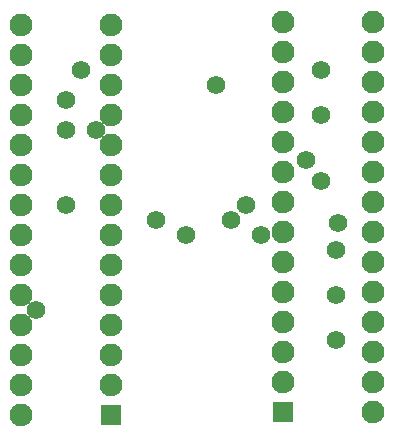
<source format=gbr>
G04 GERBER ASCII OUTPUT FROM: EDWINXP (VER. 1.61 REV. 20080915)*
G04 GERBER FORMAT: RX-274-X*
G04 BOARD: DSPIC_ADAPTER*
G04 ARTWORK OF SOLD.MASK POSITIVE*
%ASAXBY*%
%FSLAX23Y23*%
%MIA0B0*%
%MOIN*%
%OFA0.0000B0.0000*%
%SFA1B1*%
%IJA0B0*%
%INLAYER30POS*%
%IOA0B0*%
%IPPOS*%
%IR0*%
G04 APERTURE MACROS*
%AMEDWDONUT*
1,1,$1,$2,$3*
1,0,$4,$2,$3*
%
%AMEDWFRECT*
20,1,$1,$2,$3,$4,$5,$6*
%
%AMEDWORECT*
20,1,$1,$2,$3,$4,$5,$10*
20,1,$1,$4,$5,$6,$7,$10*
20,1,$1,$6,$7,$8,$9,$10*
20,1,$1,$8,$9,$2,$3,$10*
1,1,$1,$2,$3*
1,1,$1,$4,$5*
1,1,$1,$6,$7*
1,1,$1,$8,$9*
%
%AMEDWLINER*
20,1,$1,$2,$3,$4,$5,$6*
1,1,$1,$2,$3*
1,1,$1,$4,$5*
%
%AMEDWFTRNG*
4,1,3,$1,$2,$3,$4,$5,$6,$7,$8,$9*
%
%AMEDWATRNG*
4,1,3,$1,$2,$3,$4,$5,$6,$7,$8,$9*
20,1,$11,$1,$2,$3,$4,$10*
20,1,$11,$3,$4,$5,$6,$10*
20,1,$11,$5,$6,$7,$8,$10*
1,1,$11,$3,$4*
1,1,$11,$5,$6*
1,1,$11,$7,$8*
%
%AMEDWOTRNG*
20,1,$1,$2,$3,$4,$5,$8*
20,1,$1,$4,$5,$6,$7,$8*
20,1,$1,$6,$7,$2,$3,$8*
1,1,$1,$2,$3*
1,1,$1,$4,$5*
1,1,$1,$6,$7*
%
G04*
G04 APERTURE LIST*
%ADD10R,0.0500X0.0460*%
%ADD11R,0.0740X0.0700*%
%ADD12R,0.0440X0.0400*%
%ADD13R,0.0680X0.0640*%
%ADD14R,0.0460X0.0500*%
%ADD15R,0.0700X0.0740*%
%ADD16R,0.0400X0.0440*%
%ADD17R,0.0640X0.0680*%
%ADD18R,0.0700X0.0700*%
%ADD19R,0.0940X0.0940*%
%ADD20R,0.0600X0.0600*%
%ADD21R,0.0840X0.0840*%
%ADD22C,0.0010*%
%ADD24C,0.00197*%
%ADD26C,0.0020*%
%ADD27R,0.0020X0.0020*%
%ADD28C,0.00204*%
%ADD29R,0.00204X0.00204*%
%ADD30C,0.00233*%
%ADD31R,0.00233X0.00233*%
%ADD32C,0.00289*%
%ADD33R,0.00289X0.00289*%
%ADD34C,0.0030*%
%ADD35R,0.0030X0.0030*%
%ADD36C,0.00369*%
%ADD37R,0.00369X0.00369*%
%ADD38C,0.0040*%
%ADD39R,0.0040X0.0040*%
%ADD40C,0.0050*%
%ADD41R,0.0050X0.0050*%
%ADD42C,0.00504*%
%ADD43R,0.00504X0.00504*%
%ADD44C,0.00512*%
%ADD45R,0.00512X0.00512*%
%ADD46C,0.00542*%
%ADD47R,0.00542X0.00542*%
%ADD48C,0.00627*%
%ADD49R,0.00627X0.00627*%
%ADD50C,0.00639*%
%ADD51R,0.00639X0.00639*%
%ADD52C,0.00711*%
%ADD53R,0.00711X0.00711*%
%ADD54C,0.00775*%
%ADD55R,0.00775X0.00775*%
%ADD56C,0.00787*%
%ADD57R,0.00787X0.00787*%
%ADD58C,0.00795*%
%ADD59R,0.00795X0.00795*%
%ADD60C,0.0080*%
%ADD62C,0.0088*%
%ADD63R,0.0088X0.0088*%
%ADD64C,0.00984*%
%ADD65R,0.00984X0.00984*%
%ADD66C,0.0100*%
%ADD67R,0.0100X0.0100*%
%ADD68C,0.01181*%
%ADD70C,0.01182*%
%ADD71R,0.01182X0.01182*%
%ADD72C,0.0120*%
%ADD74C,0.0120*%
%ADD76C,0.0130*%
%ADD78C,0.01351*%
%ADD79R,0.01351X0.01351*%
%ADD80C,0.01452*%
%ADD81R,0.01452X0.01452*%
%ADD82C,0.0149*%
%ADD83R,0.0149X0.0149*%
%ADD84C,0.0160*%
%ADD86C,0.01761*%
%ADD87R,0.01761X0.01761*%
%ADD88C,0.01773*%
%ADD89R,0.01773X0.01773*%
%ADD90C,0.01896*%
%ADD91R,0.01896X0.01896*%
%ADD92C,0.01969*%
%ADD93R,0.01969X0.01969*%
%ADD94C,0.0200*%
%ADD96C,0.02027*%
%ADD97R,0.02027X0.02027*%
%ADD98C,0.02196*%
%ADD99R,0.02196X0.02196*%
%ADD100C,0.0228*%
%ADD101R,0.0228X0.0228*%
%ADD102C,0.02302*%
%ADD103R,0.02302X0.02302*%
%ADD104C,0.02365*%
%ADD105R,0.02365X0.02365*%
%ADD106C,0.0240*%
%ADD108C,0.02438*%
%ADD109R,0.02438X0.02438*%
%ADD110C,0.02597*%
%ADD112C,0.02709*%
%ADD113R,0.02709X0.02709*%
%ADD114C,0.02844*%
%ADD115R,0.02844X0.02844*%
%ADD116C,0.02871*%
%ADD117R,0.02871X0.02871*%
%ADD118C,0.0290*%
%ADD120C,0.02912*%
%ADD121R,0.02912X0.02912*%
%ADD122C,0.0300*%
%ADD123R,0.0300X0.0300*%
%ADD124C,0.0304*%
%ADD125R,0.0304X0.0304*%
%ADD126C,0.0320*%
%ADD128C,0.0350*%
%ADD129R,0.0350X0.0350*%
%ADD130C,0.03547*%
%ADD131R,0.03547X0.03547*%
%ADD132C,0.03581*%
%ADD134C,0.03582*%
%ADD135R,0.03582X0.03582*%
%ADD136C,0.0370*%
%ADD138C,0.03751*%
%ADD139R,0.03751X0.03751*%
%ADD140C,0.0389*%
%ADD141R,0.0389X0.0389*%
%ADD142C,0.03937*%
%ADD143R,0.03937X0.03937*%
%ADD144C,0.0400*%
%ADD146C,0.04161*%
%ADD147R,0.04161X0.04161*%
%ADD148C,0.04173*%
%ADD149R,0.04173X0.04173*%
%ADD150C,0.04296*%
%ADD151R,0.04296X0.04296*%
%ADD152C,0.0440*%
%ADD154C,0.04427*%
%ADD155R,0.04427X0.04427*%
%ADD156C,0.04469*%
%ADD157R,0.04469X0.04469*%
%ADD158C,0.04596*%
%ADD159R,0.04596X0.04596*%
%ADD160C,0.0468*%
%ADD161R,0.0468X0.0468*%
%ADD162C,0.04702*%
%ADD163R,0.04702X0.04702*%
%ADD164C,0.04729*%
%ADD165R,0.04729X0.04729*%
%ADD166C,0.04765*%
%ADD167R,0.04765X0.04765*%
%ADD168C,0.04838*%
%ADD169R,0.04838X0.04838*%
%ADD170C,0.04898*%
%ADD171R,0.04898X0.04898*%
%ADD172C,0.0500*%
%ADD173R,0.0500X0.0500*%
%ADD174C,0.05011*%
%ADD175R,0.05011X0.05011*%
%ADD176C,0.05109*%
%ADD177R,0.05109X0.05109*%
%ADD178C,0.05236*%
%ADD179R,0.05236X0.05236*%
%ADD180C,0.05244*%
%ADD181R,0.05244X0.05244*%
%ADD182C,0.05271*%
%ADD183R,0.05271X0.05271*%
%ADD184C,0.05282*%
%ADD185R,0.05282X0.05282*%
%ADD186C,0.0544*%
%ADD187R,0.0544X0.0544*%
%ADD188C,0.0560*%
%ADD189R,0.0560X0.0560*%
%ADD190C,0.05906*%
%ADD191R,0.05906X0.05906*%
%ADD192C,0.05947*%
%ADD193R,0.05947X0.05947*%
%ADD194C,0.0600*%
%ADD195R,0.0600X0.0600*%
%ADD196C,0.0620*%
%ADD198C,0.06869*%
%ADD199R,0.06869X0.06869*%
%ADD200C,0.06906*%
%ADD201R,0.06906X0.06906*%
%ADD202C,0.06907*%
%ADD203R,0.06907X0.06907*%
%ADD204C,0.06925*%
%ADD205R,0.06925X0.06925*%
%ADD206C,0.0700*%
%ADD207R,0.0700X0.0700*%
%ADD208C,0.07129*%
%ADD209R,0.07129X0.07129*%
%ADD210C,0.07178*%
%ADD211R,0.07178X0.07178*%
%ADD212C,0.07298*%
%ADD213R,0.07298X0.07298*%
%ADD214C,0.07411*%
%ADD215R,0.07411X0.07411*%
%ADD216C,0.0760*%
%ADD218C,0.07636*%
%ADD219R,0.07636X0.07636*%
%ADD220C,0.07682*%
%ADD221R,0.07682X0.07682*%
%ADD222C,0.07769*%
%ADD223R,0.07769X0.07769*%
%ADD224C,0.0800*%
%ADD225R,0.0800X0.0800*%
%ADD226C,0.08107*%
%ADD227R,0.08107X0.08107*%
%ADD228C,0.08261*%
%ADD229R,0.08261X0.08261*%
%ADD230C,0.0860*%
%ADD232C,0.09307*%
%ADD233R,0.09307X0.09307*%
%ADD234C,0.09325*%
%ADD235R,0.09325X0.09325*%
%ADD236C,0.09578*%
%ADD237R,0.09578X0.09578*%
%ADD238C,0.1000*%
%ADD241R,0.10169X0.10169*%
%ADD243R,0.10507X0.10507*%
%ADD245R,0.10641X0.10641*%
%ADD247R,0.10661X0.10661*%
%ADD249R,0.13041X0.13041*%
%ADD250C,0.23041*%
%ADD251R,0.23041X0.23041*%
%ADD252C,0.33041*%
%ADD253R,0.33041X0.33041*%
%ADD254C,0.43041*%
%ADD255R,0.43041X0.43041*%
%ADD256C,0.53041*%
%ADD257R,0.53041X0.53041*%
%ADD258C,0.63041*%
%ADD259R,0.63041X0.63041*%
%ADD260C,0.73041*%
%ADD261R,0.73041X0.73041*%
%ADD262C,0.83041*%
%ADD263R,0.83041X0.83041*%
%ADD264C,0.93041*%
%ADD265R,0.93041X0.93041*%
%ADD266C,1.03041*%
%ADD267R,1.03041X1.03041*%
%ADD268C,1.13041*%
%ADD269R,1.13041X1.13041*%
%ADD270C,1.23041*%
%ADD271R,1.23041X1.23041*%
%ADD272C,1.33041*%
%ADD273R,1.33041X1.33041*%
%ADD274C,1.43041*%
%ADD275R,1.43041X1.43041*%
%ADD276C,1.53041*%
%ADD277R,1.53041X1.53041*%
%ADD278C,1.63041*%
%ADD279R,1.63041X1.63041*%
%ADD280C,1.73041*%
%ADD281R,1.73041X1.73041*%
%ADD282C,1.83041*%
%ADD283R,1.83041X1.83041*%
%ADD284C,1.93041*%
%ADD285R,1.93041X1.93041*%
G04*
D18* 
X938Y75D02*D03*
D216*
X938Y175D02*D03*
X938Y275D02*D03*
X938Y375D02*D03*
X938Y475D02*D03*
X938Y575D02*D03*
X938Y675D02*D03*
X938Y775D02*D03*
X938Y875D02*D03*
X938Y975D02*D03*
X938Y1075D02*D03*
X938Y1175D02*D03*
X938Y1275D02*D03*
X938Y1375D02*D03*
X1238Y1375D02*D03*
X1238Y1275D02*D03*
X1238Y1175D02*D03*
X1238Y1075D02*D03*
X1238Y975D02*D03*
X1238Y875D02*D03*
X1238Y775D02*D03*
X1238Y675D02*D03*
X1238Y575D02*D03*
X1238Y475D02*D03*
X1238Y375D02*D03*
X1238Y275D02*D03*
X1238Y175D02*D03*
X1238Y75D02*D03*
D18* 
X363Y63D02*D03*
D216*
X363Y163D02*D03*
X363Y263D02*D03*
X363Y363D02*D03*
X363Y463D02*D03*
X363Y563D02*D03*
X363Y663D02*D03*
X363Y763D02*D03*
X363Y863D02*D03*
X363Y963D02*D03*
X363Y1063D02*D03*
X363Y1163D02*D03*
X363Y1263D02*D03*
X363Y1363D02*D03*
X63Y1363D02*D03*
X63Y1263D02*D03*
X63Y1163D02*D03*
X63Y1063D02*D03*
X63Y963D02*D03*
X63Y863D02*D03*
X63Y763D02*D03*
X63Y663D02*D03*
X63Y563D02*D03*
X63Y463D02*D03*
X63Y363D02*D03*
X63Y263D02*D03*
X63Y163D02*D03*
X63Y63D02*D03*
D196*
X1113Y463D02*D03*
X1113Y613D02*D03*
X713Y1163D02*D03*
X1063Y1063D02*D03*
X1063Y1213D02*D03*
X263Y1213D02*D03*
X213Y1113D02*D03*
X113Y413D02*D03*
X213Y763D02*D03*
X763Y713D02*D03*
X513Y713D02*D03*
X213Y1013D02*D03*
X313Y1013D02*D03*
X1013Y913D02*D03*
X813Y763D02*D03*
X1064Y845D02*D03*
X1119Y705D02*D03*
X613Y663D02*D03*
X863Y663D02*D03*
X1113Y313D02*D03*
M02*

</source>
